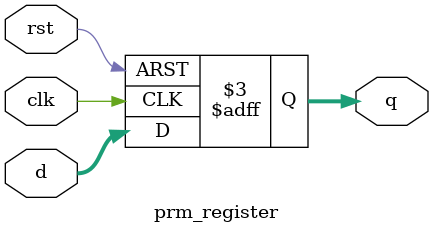
<source format=v>


module prm_register
#(
    parameter SIZE = 32
)
(
    input                       clk,
    input                       rst,
    input      [ SIZE - 1 : 0 ] d,
    output reg [ SIZE - 1 : 0 ] q
);
    always @ (posedge clk or negedge rst)
        if(~rst)
            q <= { SIZE { 1'b0}};
        else
            q <= d;
endmodule

</source>
